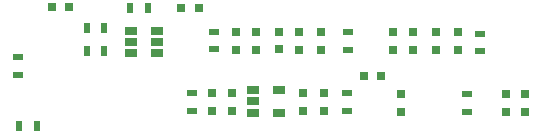
<source format=gbp>
%TF.GenerationSoftware,KiCad,Pcbnew,4.0.7*%
%TF.CreationDate,2018-01-16T14:15:25+08:00*%
%TF.ProjectId,STM32F401CCT6,53544D333246343031434354362E6B69,rev?*%
%TF.FileFunction,Paste,Bot*%
%FSLAX46Y46*%
G04 Gerber Fmt 4.6, Leading zero omitted, Abs format (unit mm)*
G04 Created by KiCad (PCBNEW 4.0.7) date 01/16/18 14:15:25*
%MOMM*%
%LPD*%
G01*
G04 APERTURE LIST*
%ADD10C,0.100000*%
%ADD11R,0.500000X0.900000*%
%ADD12R,0.800000X0.750000*%
%ADD13R,0.750000X0.800000*%
%ADD14R,0.900000X0.500000*%
%ADD15R,1.060000X0.650000*%
G04 APERTURE END LIST*
D10*
D11*
X2250000Y-16550000D03*
X3750000Y-16550000D03*
D12*
X31402000Y-12262000D03*
X32902000Y-12262000D03*
D13*
X34542000Y-13792000D03*
X34542000Y-15292000D03*
X45102000Y-15342000D03*
X45102000Y-13842000D03*
D12*
X6482000Y-6472000D03*
X4982000Y-6472000D03*
X15962000Y-6532000D03*
X17462000Y-6532000D03*
D14*
X16912000Y-13752000D03*
X16912000Y-15252000D03*
D13*
X18592000Y-15242000D03*
X18592000Y-13742000D03*
X20232000Y-13752000D03*
X20232000Y-15252000D03*
D15*
X22002000Y-15382000D03*
X22002000Y-14432000D03*
X22002000Y-13482000D03*
X24202000Y-13482000D03*
X24202000Y-15382000D03*
D13*
X26282000Y-13722000D03*
X26282000Y-15222000D03*
X28022000Y-13732000D03*
X28022000Y-15232000D03*
D14*
X30012000Y-13752000D03*
X30012000Y-15252000D03*
X40192000Y-13812000D03*
X40192000Y-15312000D03*
D13*
X43452000Y-15322000D03*
X43452000Y-13822000D03*
D14*
X41240000Y-8700000D03*
X41240000Y-10200000D03*
D13*
X37502000Y-10072000D03*
X37502000Y-8572000D03*
X35602000Y-8552000D03*
X35602000Y-10052000D03*
X33872000Y-8552000D03*
X33872000Y-10052000D03*
D14*
X30082000Y-10092000D03*
X30082000Y-8592000D03*
D13*
X27772000Y-10052000D03*
X27772000Y-8552000D03*
X20592000Y-10042000D03*
X20592000Y-8542000D03*
X25892000Y-10042000D03*
X25892000Y-8542000D03*
X22322000Y-10062000D03*
X22322000Y-8562000D03*
X24202000Y-10032000D03*
X24202000Y-8532000D03*
D14*
X18772000Y-8522000D03*
X18772000Y-10022000D03*
D11*
X13120000Y-6510000D03*
X11620000Y-6510000D03*
D15*
X13882000Y-8462000D03*
X13882000Y-9412000D03*
X13882000Y-10362000D03*
X11682000Y-10362000D03*
X11682000Y-8462000D03*
X11682000Y-9412000D03*
D11*
X9452000Y-10152000D03*
X7952000Y-10152000D03*
X9452000Y-8242000D03*
X7952000Y-8242000D03*
D14*
X2162000Y-10692000D03*
X2162000Y-12192000D03*
D13*
X39362000Y-10072000D03*
X39362000Y-8572000D03*
M02*

</source>
